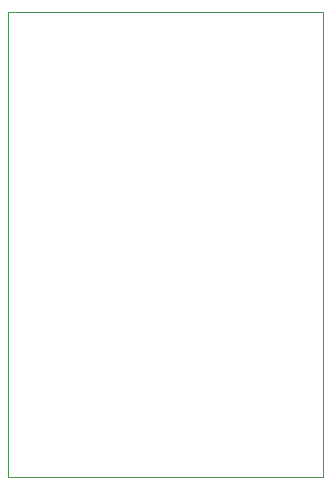
<source format=gbr>
%TF.GenerationSoftware,KiCad,Pcbnew,(6.0.0-0)*%
%TF.CreationDate,2022-02-14T20:59:40-05:00*%
%TF.ProjectId,Shifter-v6,53686966-7465-4722-9d76-362e6b696361,rev?*%
%TF.SameCoordinates,Original*%
%TF.FileFunction,Profile,NP*%
%FSLAX46Y46*%
G04 Gerber Fmt 4.6, Leading zero omitted, Abs format (unit mm)*
G04 Created by KiCad (PCBNEW (6.0.0-0)) date 2022-02-14 20:59:40*
%MOMM*%
%LPD*%
G01*
G04 APERTURE LIST*
%TA.AperFunction,Profile*%
%ADD10C,0.050000*%
%TD*%
G04 APERTURE END LIST*
D10*
X159850000Y-63550000D02*
X186500000Y-63550000D01*
X186500000Y-63550000D02*
X186500000Y-102950000D01*
X186500000Y-102950000D02*
X159850000Y-102950000D01*
X159850000Y-102950000D02*
X159850000Y-63550000D01*
M02*

</source>
